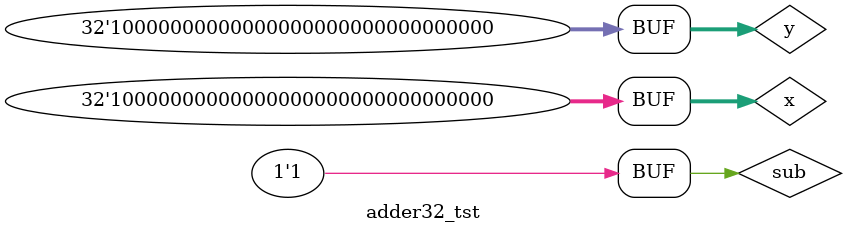
<source format=v>
`timescale 1ns / 1ps


module adder32_tst();
//output
wire [31:0] f;
wire OF,SF,ZF,CF,cout;
//input
reg[31:0] x,y;
reg sub=0;
Adder32 adder_inst(f,OF,SF,ZF,CF,cout,x,y,sub);
initial begin
#10 begin x=32'h7fffffff; y=32'h80000002; sub=0; end
#100 begin x=32'h7fffffff; y=32'h80000002; sub=1; end
#100 begin x=32'h80000002; y=32'h7fffffff; sub=0; end
#100 begin x=32'h80000002; y=32'h7fffffff; sub=1; end
#100 begin x=32'hffffffff; y=32'h1; sub=0; end
#100 begin x=32'hffffffff; y=32'h1; sub=1; end
#100 begin x=32'h80000000; y=32'h80000000; sub=0; end
#100 begin x=32'h80000000; y=32'h80000000; sub=1; end
end
endmodule

</source>
